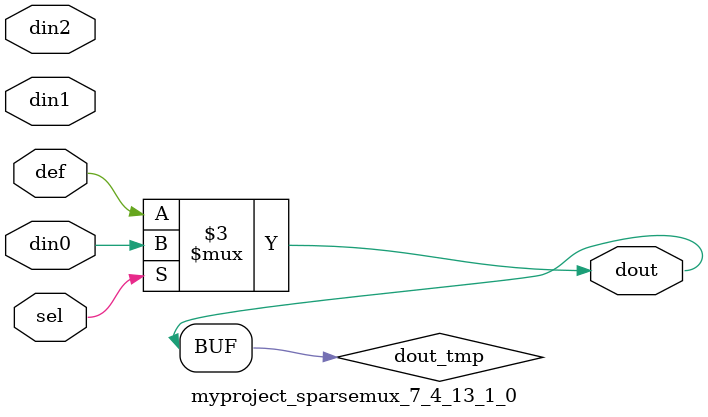
<source format=v>
`timescale 1ns / 1ps

module myproject_sparsemux_7_4_13_1_0 (din0,din1,din2,def,sel,dout);

parameter din0_WIDTH = 1;

parameter din1_WIDTH = 1;

parameter din2_WIDTH = 1;

parameter def_WIDTH = 1;
parameter sel_WIDTH = 1;
parameter dout_WIDTH = 1;

parameter [sel_WIDTH-1:0] CASE0 = 1;

parameter [sel_WIDTH-1:0] CASE1 = 1;

parameter [sel_WIDTH-1:0] CASE2 = 1;

parameter ID = 1;
parameter NUM_STAGE = 1;



input [din0_WIDTH-1:0] din0;

input [din1_WIDTH-1:0] din1;

input [din2_WIDTH-1:0] din2;

input [def_WIDTH-1:0] def;
input [sel_WIDTH-1:0] sel;

output [dout_WIDTH-1:0] dout;



reg [dout_WIDTH-1:0] dout_tmp;

always @ (*) begin
case (sel)
    
    CASE0 : dout_tmp = din0;
    
    CASE1 : dout_tmp = din1;
    
    CASE2 : dout_tmp = din2;
    
    default : dout_tmp = def;
endcase
end


assign dout = dout_tmp;



endmodule

</source>
